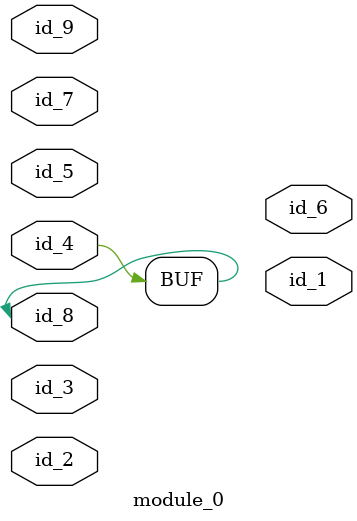
<source format=v>
module module_0 (
    id_1,
    id_2,
    id_3,
    id_4,
    id_5,
    id_6,
    id_7,
    id_8,
    id_9
);
  input id_9;
  inout id_8;
  inout id_7;
  output id_6;
  input id_5;
  inout id_4;
  inout id_3;
  input id_2;
  output id_1;
  assign id_8 = id_4;
endmodule

</source>
